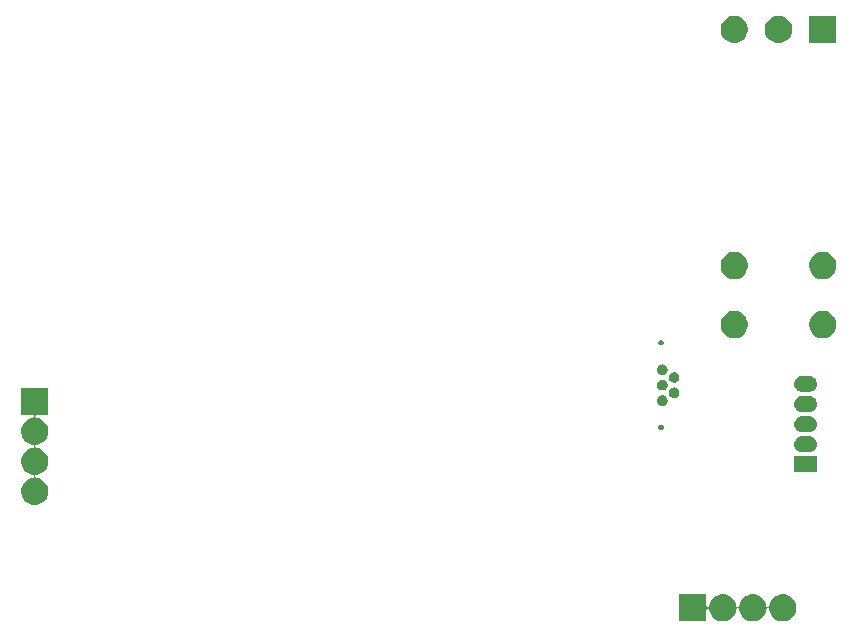
<source format=gbr>
G04 #@! TF.GenerationSoftware,KiCad,Pcbnew,(5.1.4)-1*
G04 #@! TF.CreationDate,2020-04-13T20:16:17-06:00*
G04 #@! TF.ProjectId,ECUGPS,45435547-5053-42e6-9b69-6361645f7063,rev?*
G04 #@! TF.SameCoordinates,Original*
G04 #@! TF.FileFunction,Soldermask,Bot*
G04 #@! TF.FilePolarity,Negative*
%FSLAX46Y46*%
G04 Gerber Fmt 4.6, Leading zero omitted, Abs format (unit mm)*
G04 Created by KiCad (PCBNEW (5.1.4)-1) date 2020-04-13 20:16:17*
%MOMM*%
%LPD*%
G04 APERTURE LIST*
%ADD10C,0.100000*%
G04 APERTURE END LIST*
D10*
G36*
X149029800Y-123054807D02*
G01*
X149032202Y-123079193D01*
X149039315Y-123102642D01*
X149050866Y-123124253D01*
X149066411Y-123143195D01*
X149085353Y-123158740D01*
X149106964Y-123170291D01*
X149130413Y-123177404D01*
X149154799Y-123179806D01*
X149179185Y-123177404D01*
X149202634Y-123170291D01*
X149224245Y-123158740D01*
X149243187Y-123143195D01*
X149258732Y-123124253D01*
X149270283Y-123102642D01*
X149277396Y-123079193D01*
X149312032Y-122905067D01*
X149398796Y-122695599D01*
X149398797Y-122695597D01*
X149524760Y-122507080D01*
X149685080Y-122346760D01*
X149873597Y-122220797D01*
X150083066Y-122134032D01*
X150194251Y-122111916D01*
X150305435Y-122089800D01*
X150532165Y-122089800D01*
X150643349Y-122111916D01*
X150754534Y-122134032D01*
X150964003Y-122220797D01*
X151152520Y-122346760D01*
X151312840Y-122507080D01*
X151438803Y-122695597D01*
X151438804Y-122695599D01*
X151525568Y-122905067D01*
X151566203Y-123109352D01*
X151573316Y-123132801D01*
X151584867Y-123154412D01*
X151600412Y-123173354D01*
X151619354Y-123188899D01*
X151640965Y-123200450D01*
X151664414Y-123207563D01*
X151688800Y-123209965D01*
X151713186Y-123207563D01*
X151736635Y-123200450D01*
X151758246Y-123188899D01*
X151777188Y-123173354D01*
X151792733Y-123154412D01*
X151804284Y-123132801D01*
X151811397Y-123109352D01*
X151852032Y-122905067D01*
X151938796Y-122695599D01*
X151938797Y-122695597D01*
X152064760Y-122507080D01*
X152225080Y-122346760D01*
X152413597Y-122220797D01*
X152623066Y-122134032D01*
X152734251Y-122111916D01*
X152845435Y-122089800D01*
X153072165Y-122089800D01*
X153183349Y-122111916D01*
X153294534Y-122134032D01*
X153504003Y-122220797D01*
X153692520Y-122346760D01*
X153852840Y-122507080D01*
X153978803Y-122695597D01*
X153978804Y-122695599D01*
X154065568Y-122905067D01*
X154106203Y-123109352D01*
X154113316Y-123132801D01*
X154124867Y-123154412D01*
X154140412Y-123173354D01*
X154159354Y-123188899D01*
X154180965Y-123200450D01*
X154204414Y-123207563D01*
X154228800Y-123209965D01*
X154253186Y-123207563D01*
X154276635Y-123200450D01*
X154298246Y-123188899D01*
X154317188Y-123173354D01*
X154332733Y-123154412D01*
X154344284Y-123132801D01*
X154351397Y-123109352D01*
X154392032Y-122905067D01*
X154478796Y-122695599D01*
X154478797Y-122695597D01*
X154604760Y-122507080D01*
X154765080Y-122346760D01*
X154953597Y-122220797D01*
X155163066Y-122134032D01*
X155274251Y-122111916D01*
X155385435Y-122089800D01*
X155612165Y-122089800D01*
X155723349Y-122111916D01*
X155834534Y-122134032D01*
X156044003Y-122220797D01*
X156232520Y-122346760D01*
X156392840Y-122507080D01*
X156518803Y-122695597D01*
X156605568Y-122905066D01*
X156649800Y-123127436D01*
X156649800Y-123354164D01*
X156605568Y-123576534D01*
X156518803Y-123786003D01*
X156392840Y-123974520D01*
X156232520Y-124134840D01*
X156044003Y-124260803D01*
X155834534Y-124347568D01*
X155723349Y-124369684D01*
X155612165Y-124391800D01*
X155385435Y-124391800D01*
X155274251Y-124369684D01*
X155163066Y-124347568D01*
X154953597Y-124260803D01*
X154765080Y-124134840D01*
X154604760Y-123974520D01*
X154478797Y-123786003D01*
X154392032Y-123576534D01*
X154351397Y-123372248D01*
X154344284Y-123348799D01*
X154332733Y-123327188D01*
X154317188Y-123308246D01*
X154298246Y-123292701D01*
X154276635Y-123281150D01*
X154253186Y-123274037D01*
X154228800Y-123271635D01*
X154204414Y-123274037D01*
X154180965Y-123281150D01*
X154159354Y-123292701D01*
X154140412Y-123308246D01*
X154124867Y-123327188D01*
X154113316Y-123348799D01*
X154106203Y-123372248D01*
X154065568Y-123576534D01*
X153978803Y-123786003D01*
X153852840Y-123974520D01*
X153692520Y-124134840D01*
X153504003Y-124260803D01*
X153294534Y-124347568D01*
X153183349Y-124369684D01*
X153072165Y-124391800D01*
X152845435Y-124391800D01*
X152734251Y-124369684D01*
X152623066Y-124347568D01*
X152413597Y-124260803D01*
X152225080Y-124134840D01*
X152064760Y-123974520D01*
X151938797Y-123786003D01*
X151852032Y-123576534D01*
X151811397Y-123372248D01*
X151804284Y-123348799D01*
X151792733Y-123327188D01*
X151777188Y-123308246D01*
X151758246Y-123292701D01*
X151736635Y-123281150D01*
X151713186Y-123274037D01*
X151688800Y-123271635D01*
X151664414Y-123274037D01*
X151640965Y-123281150D01*
X151619354Y-123292701D01*
X151600412Y-123308246D01*
X151584867Y-123327188D01*
X151573316Y-123348799D01*
X151566203Y-123372248D01*
X151525568Y-123576534D01*
X151438803Y-123786003D01*
X151312840Y-123974520D01*
X151152520Y-124134840D01*
X150964003Y-124260803D01*
X150754534Y-124347568D01*
X150643349Y-124369684D01*
X150532165Y-124391800D01*
X150305435Y-124391800D01*
X150194251Y-124369684D01*
X150083066Y-124347568D01*
X149873597Y-124260803D01*
X149685080Y-124134840D01*
X149524760Y-123974520D01*
X149398797Y-123786003D01*
X149312032Y-123576534D01*
X149277396Y-123402407D01*
X149270283Y-123378958D01*
X149258732Y-123357347D01*
X149243187Y-123338405D01*
X149224245Y-123322860D01*
X149202634Y-123311309D01*
X149179185Y-123304196D01*
X149154799Y-123301794D01*
X149130413Y-123304196D01*
X149106964Y-123311309D01*
X149085353Y-123322860D01*
X149066411Y-123338405D01*
X149050866Y-123357347D01*
X149039315Y-123378958D01*
X149032202Y-123402407D01*
X149029800Y-123426793D01*
X149029800Y-124391800D01*
X146727800Y-124391800D01*
X146727800Y-122089800D01*
X149029800Y-122089800D01*
X149029800Y-123054807D01*
X149029800Y-123054807D01*
G37*
G36*
X93302200Y-106916600D02*
G01*
X92337193Y-106916600D01*
X92312807Y-106919002D01*
X92289358Y-106926115D01*
X92267747Y-106937666D01*
X92248805Y-106953211D01*
X92233260Y-106972153D01*
X92221709Y-106993764D01*
X92214596Y-107017213D01*
X92212194Y-107041599D01*
X92214596Y-107065985D01*
X92221709Y-107089434D01*
X92233260Y-107111045D01*
X92248805Y-107129987D01*
X92267747Y-107145532D01*
X92289358Y-107157083D01*
X92312808Y-107164196D01*
X92486934Y-107198832D01*
X92696403Y-107285597D01*
X92884920Y-107411560D01*
X93045240Y-107571880D01*
X93171203Y-107760397D01*
X93257968Y-107969866D01*
X93270908Y-108034921D01*
X93301517Y-108188799D01*
X93302200Y-108192236D01*
X93302200Y-108418964D01*
X93257968Y-108641334D01*
X93208636Y-108760431D01*
X93182155Y-108824364D01*
X93171203Y-108850803D01*
X93045240Y-109039320D01*
X92884920Y-109199640D01*
X92696403Y-109325603D01*
X92486934Y-109412368D01*
X92359361Y-109437744D01*
X92282648Y-109453003D01*
X92259199Y-109460116D01*
X92237588Y-109471667D01*
X92218646Y-109487212D01*
X92203101Y-109506154D01*
X92191550Y-109527765D01*
X92184437Y-109551214D01*
X92182035Y-109575600D01*
X92184437Y-109599986D01*
X92191550Y-109623435D01*
X92203101Y-109645046D01*
X92218646Y-109663988D01*
X92237588Y-109679533D01*
X92259199Y-109691084D01*
X92282648Y-109698197D01*
X92359361Y-109713456D01*
X92486934Y-109738832D01*
X92696403Y-109825597D01*
X92884920Y-109951560D01*
X93045240Y-110111880D01*
X93171203Y-110300397D01*
X93257968Y-110509866D01*
X93302200Y-110732236D01*
X93302200Y-110958964D01*
X93257968Y-111181334D01*
X93171203Y-111390803D01*
X93045240Y-111579320D01*
X92884920Y-111739640D01*
X92696403Y-111865603D01*
X92486934Y-111952368D01*
X92359361Y-111977744D01*
X92282648Y-111993003D01*
X92259199Y-112000116D01*
X92237588Y-112011667D01*
X92218646Y-112027212D01*
X92203101Y-112046154D01*
X92191550Y-112067765D01*
X92184437Y-112091214D01*
X92182035Y-112115600D01*
X92184437Y-112139986D01*
X92191550Y-112163435D01*
X92203101Y-112185046D01*
X92218646Y-112203988D01*
X92237588Y-112219533D01*
X92259199Y-112231084D01*
X92282648Y-112238197D01*
X92359361Y-112253456D01*
X92486934Y-112278832D01*
X92696403Y-112365597D01*
X92884920Y-112491560D01*
X93045240Y-112651880D01*
X93171203Y-112840397D01*
X93257968Y-113049866D01*
X93302200Y-113272236D01*
X93302200Y-113498964D01*
X93257968Y-113721334D01*
X93171203Y-113930803D01*
X93045240Y-114119320D01*
X92884920Y-114279640D01*
X92696403Y-114405603D01*
X92486934Y-114492368D01*
X92375749Y-114514484D01*
X92264565Y-114536600D01*
X92037835Y-114536600D01*
X91926651Y-114514484D01*
X91815466Y-114492368D01*
X91605997Y-114405603D01*
X91417480Y-114279640D01*
X91257160Y-114119320D01*
X91131197Y-113930803D01*
X91044432Y-113721334D01*
X91000200Y-113498964D01*
X91000200Y-113272236D01*
X91044432Y-113049866D01*
X91131197Y-112840397D01*
X91257160Y-112651880D01*
X91417480Y-112491560D01*
X91605997Y-112365597D01*
X91815466Y-112278832D01*
X91943039Y-112253456D01*
X92019752Y-112238197D01*
X92043201Y-112231084D01*
X92064812Y-112219533D01*
X92083754Y-112203988D01*
X92099299Y-112185046D01*
X92110850Y-112163435D01*
X92117963Y-112139986D01*
X92120365Y-112115600D01*
X92117963Y-112091214D01*
X92110850Y-112067765D01*
X92099299Y-112046154D01*
X92083754Y-112027212D01*
X92064812Y-112011667D01*
X92043201Y-112000116D01*
X92019752Y-111993003D01*
X91943039Y-111977744D01*
X91815466Y-111952368D01*
X91605997Y-111865603D01*
X91417480Y-111739640D01*
X91257160Y-111579320D01*
X91131197Y-111390803D01*
X91044432Y-111181334D01*
X91000200Y-110958964D01*
X91000200Y-110732236D01*
X91044432Y-110509866D01*
X91131197Y-110300397D01*
X91257160Y-110111880D01*
X91417480Y-109951560D01*
X91605997Y-109825597D01*
X91815466Y-109738832D01*
X91943039Y-109713456D01*
X92019752Y-109698197D01*
X92043201Y-109691084D01*
X92064812Y-109679533D01*
X92083754Y-109663988D01*
X92099299Y-109645046D01*
X92110850Y-109623435D01*
X92117963Y-109599986D01*
X92120365Y-109575600D01*
X92117963Y-109551214D01*
X92110850Y-109527765D01*
X92099299Y-109506154D01*
X92083754Y-109487212D01*
X92064812Y-109471667D01*
X92043201Y-109460116D01*
X92019752Y-109453003D01*
X91943039Y-109437744D01*
X91815466Y-109412368D01*
X91605997Y-109325603D01*
X91417480Y-109199640D01*
X91257160Y-109039320D01*
X91131197Y-108850803D01*
X91120246Y-108824364D01*
X91093764Y-108760431D01*
X91044432Y-108641334D01*
X91000200Y-108418964D01*
X91000200Y-108192236D01*
X91000884Y-108188799D01*
X91031492Y-108034921D01*
X91044432Y-107969866D01*
X91131197Y-107760397D01*
X91257160Y-107571880D01*
X91417480Y-107411560D01*
X91605997Y-107285597D01*
X91815466Y-107198832D01*
X91989592Y-107164196D01*
X92013042Y-107157083D01*
X92034653Y-107145532D01*
X92053595Y-107129987D01*
X92069140Y-107111045D01*
X92080691Y-107089434D01*
X92087804Y-107065985D01*
X92090206Y-107041599D01*
X92087804Y-107017213D01*
X92080691Y-106993764D01*
X92069140Y-106972153D01*
X92053595Y-106953211D01*
X92034653Y-106937666D01*
X92013042Y-106926115D01*
X91989593Y-106919002D01*
X91965207Y-106916600D01*
X91000200Y-106916600D01*
X91000200Y-104614600D01*
X93302200Y-104614600D01*
X93302200Y-106916600D01*
X93302200Y-106916600D01*
G37*
G36*
X158380200Y-111788100D02*
G01*
X156478200Y-111788100D01*
X156478200Y-110411100D01*
X158380200Y-110411100D01*
X158380200Y-111788100D01*
X158380200Y-111788100D01*
G37*
G36*
X157745751Y-108713092D02*
G01*
X157826670Y-108721062D01*
X157956452Y-108760431D01*
X158005845Y-108786833D01*
X158076060Y-108824363D01*
X158180899Y-108910401D01*
X158266936Y-109015239D01*
X158330869Y-109134848D01*
X158370238Y-109264630D01*
X158383531Y-109399600D01*
X158370238Y-109534570D01*
X158330869Y-109664352D01*
X158316580Y-109691084D01*
X158266937Y-109783960D01*
X158180899Y-109888799D01*
X158076060Y-109974837D01*
X158005845Y-110012367D01*
X157956452Y-110038769D01*
X157826670Y-110078138D01*
X157745751Y-110086108D01*
X157725522Y-110088100D01*
X157132878Y-110088100D01*
X157112649Y-110086108D01*
X157031730Y-110078138D01*
X156901948Y-110038769D01*
X156852555Y-110012367D01*
X156782340Y-109974837D01*
X156677501Y-109888799D01*
X156591463Y-109783960D01*
X156541820Y-109691084D01*
X156527531Y-109664352D01*
X156488162Y-109534570D01*
X156474869Y-109399600D01*
X156488162Y-109264630D01*
X156527531Y-109134848D01*
X156591464Y-109015239D01*
X156677501Y-108910401D01*
X156782340Y-108824363D01*
X156852555Y-108786833D01*
X156901948Y-108760431D01*
X157031730Y-108721062D01*
X157112649Y-108713092D01*
X157132878Y-108711100D01*
X157725522Y-108711100D01*
X157745751Y-108713092D01*
X157745751Y-108713092D01*
G37*
G36*
X157745751Y-107013092D02*
G01*
X157826670Y-107021062D01*
X157956452Y-107060431D01*
X158005845Y-107086833D01*
X158076060Y-107124363D01*
X158180899Y-107210401D01*
X158266936Y-107315239D01*
X158330869Y-107434848D01*
X158370238Y-107564630D01*
X158383531Y-107699600D01*
X158370238Y-107834570D01*
X158330869Y-107964352D01*
X158327921Y-107969867D01*
X158266937Y-108083960D01*
X158180899Y-108188799D01*
X158076060Y-108274837D01*
X158005845Y-108312367D01*
X157956452Y-108338769D01*
X157826670Y-108378138D01*
X157745751Y-108386108D01*
X157725522Y-108388100D01*
X157132878Y-108388100D01*
X157112649Y-108386108D01*
X157031730Y-108378138D01*
X156901948Y-108338769D01*
X156852555Y-108312367D01*
X156782340Y-108274837D01*
X156677501Y-108188799D01*
X156591463Y-108083960D01*
X156530479Y-107969867D01*
X156527531Y-107964352D01*
X156488162Y-107834570D01*
X156474869Y-107699600D01*
X156488162Y-107564630D01*
X156527531Y-107434848D01*
X156591464Y-107315239D01*
X156677501Y-107210401D01*
X156782340Y-107124363D01*
X156852555Y-107086833D01*
X156901948Y-107060431D01*
X157031730Y-107021062D01*
X157112649Y-107013092D01*
X157132878Y-107011100D01*
X157725522Y-107011100D01*
X157745751Y-107013092D01*
X157745751Y-107013092D01*
G37*
G36*
X145226091Y-107747343D02*
G01*
X145247922Y-107751685D01*
X145289051Y-107768721D01*
X145326067Y-107793454D01*
X145357546Y-107824933D01*
X145382279Y-107861949D01*
X145399315Y-107903078D01*
X145408000Y-107946741D01*
X145408000Y-107991259D01*
X145399315Y-108034922D01*
X145382279Y-108076051D01*
X145357546Y-108113067D01*
X145326067Y-108144546D01*
X145289051Y-108169279D01*
X145247922Y-108186315D01*
X145235439Y-108188798D01*
X145204260Y-108195000D01*
X145159740Y-108195000D01*
X145128561Y-108188798D01*
X145116078Y-108186315D01*
X145074949Y-108169279D01*
X145037933Y-108144546D01*
X145006454Y-108113067D01*
X144981721Y-108076051D01*
X144964685Y-108034922D01*
X144956000Y-107991259D01*
X144956000Y-107946741D01*
X144964685Y-107903078D01*
X144981721Y-107861949D01*
X145006454Y-107824933D01*
X145037933Y-107793454D01*
X145074949Y-107768721D01*
X145116078Y-107751685D01*
X145137909Y-107747343D01*
X145159740Y-107743000D01*
X145204260Y-107743000D01*
X145226091Y-107747343D01*
X145226091Y-107747343D01*
G37*
G36*
X157745751Y-105313092D02*
G01*
X157826670Y-105321062D01*
X157956452Y-105360431D01*
X158005845Y-105386833D01*
X158076060Y-105424363D01*
X158180899Y-105510401D01*
X158266937Y-105615240D01*
X158285292Y-105649580D01*
X158330869Y-105734848D01*
X158370238Y-105864630D01*
X158383531Y-105999600D01*
X158370238Y-106134570D01*
X158330869Y-106264352D01*
X158330866Y-106264357D01*
X158266937Y-106383960D01*
X158180899Y-106488799D01*
X158076060Y-106574837D01*
X158005845Y-106612367D01*
X157956452Y-106638769D01*
X157826670Y-106678138D01*
X157745751Y-106686108D01*
X157725522Y-106688100D01*
X157132878Y-106688100D01*
X157112649Y-106686108D01*
X157031730Y-106678138D01*
X156901948Y-106638769D01*
X156852555Y-106612367D01*
X156782340Y-106574837D01*
X156677501Y-106488799D01*
X156591463Y-106383960D01*
X156527534Y-106264357D01*
X156527531Y-106264352D01*
X156488162Y-106134570D01*
X156474869Y-105999600D01*
X156488162Y-105864630D01*
X156527531Y-105734848D01*
X156573108Y-105649580D01*
X156591463Y-105615240D01*
X156677501Y-105510401D01*
X156782340Y-105424363D01*
X156852555Y-105386833D01*
X156901948Y-105360431D01*
X157031730Y-105321062D01*
X157112649Y-105313092D01*
X157132878Y-105311100D01*
X157725522Y-105311100D01*
X157745751Y-105313092D01*
X157745751Y-105313092D01*
G37*
G36*
X145423552Y-105260331D02*
G01*
X145505627Y-105294328D01*
X145505629Y-105294329D01*
X145579496Y-105343686D01*
X145642314Y-105406504D01*
X145689866Y-105477669D01*
X145691672Y-105480373D01*
X145725669Y-105562448D01*
X145743000Y-105649579D01*
X145743000Y-105738421D01*
X145725669Y-105825552D01*
X145691672Y-105907627D01*
X145691671Y-105907629D01*
X145642314Y-105981496D01*
X145579496Y-106044314D01*
X145505629Y-106093671D01*
X145505628Y-106093672D01*
X145505627Y-106093672D01*
X145423552Y-106127669D01*
X145336421Y-106145000D01*
X145247579Y-106145000D01*
X145160448Y-106127669D01*
X145078373Y-106093672D01*
X145078372Y-106093672D01*
X145078371Y-106093671D01*
X145004504Y-106044314D01*
X144941686Y-105981496D01*
X144892329Y-105907629D01*
X144892328Y-105907627D01*
X144858331Y-105825552D01*
X144841000Y-105738421D01*
X144841000Y-105649579D01*
X144858331Y-105562448D01*
X144892328Y-105480373D01*
X144894135Y-105477669D01*
X144941686Y-105406504D01*
X145004504Y-105343686D01*
X145078371Y-105294329D01*
X145078373Y-105294328D01*
X145160448Y-105260331D01*
X145247579Y-105243000D01*
X145336421Y-105243000D01*
X145423552Y-105260331D01*
X145423552Y-105260331D01*
G37*
G36*
X146423552Y-104610331D02*
G01*
X146505627Y-104644328D01*
X146505629Y-104644329D01*
X146542813Y-104669175D01*
X146564941Y-104683960D01*
X146579496Y-104693686D01*
X146642314Y-104756504D01*
X146689866Y-104827669D01*
X146691672Y-104830373D01*
X146725669Y-104912448D01*
X146743000Y-104999579D01*
X146743000Y-105088421D01*
X146725669Y-105175552D01*
X146691672Y-105257627D01*
X146691671Y-105257629D01*
X146642314Y-105331496D01*
X146579496Y-105394314D01*
X146505629Y-105443671D01*
X146505628Y-105443672D01*
X146505627Y-105443672D01*
X146423552Y-105477669D01*
X146336421Y-105495000D01*
X146247579Y-105495000D01*
X146160448Y-105477669D01*
X146078373Y-105443672D01*
X146078372Y-105443672D01*
X146078371Y-105443671D01*
X146004504Y-105394314D01*
X145941686Y-105331496D01*
X145892329Y-105257629D01*
X145892328Y-105257627D01*
X145858331Y-105175552D01*
X145841000Y-105088421D01*
X145841000Y-104999579D01*
X145858331Y-104912448D01*
X145892328Y-104830373D01*
X145894135Y-104827669D01*
X145941686Y-104756504D01*
X146004504Y-104693686D01*
X146019060Y-104683960D01*
X146041187Y-104669175D01*
X146078371Y-104644329D01*
X146078373Y-104644328D01*
X146160448Y-104610331D01*
X146247579Y-104593000D01*
X146336421Y-104593000D01*
X146423552Y-104610331D01*
X146423552Y-104610331D01*
G37*
G36*
X157739208Y-103612448D02*
G01*
X157826670Y-103621062D01*
X157956452Y-103660431D01*
X158005845Y-103686833D01*
X158076060Y-103724363D01*
X158180899Y-103810401D01*
X158266937Y-103915240D01*
X158291039Y-103960332D01*
X158330869Y-104034848D01*
X158370238Y-104164630D01*
X158383531Y-104299600D01*
X158370238Y-104434570D01*
X158330869Y-104564352D01*
X158330866Y-104564357D01*
X158266937Y-104683960D01*
X158180899Y-104788799D01*
X158076060Y-104874837D01*
X158005845Y-104912367D01*
X157956452Y-104938769D01*
X157826670Y-104978138D01*
X157745751Y-104986108D01*
X157725522Y-104988100D01*
X157132878Y-104988100D01*
X157112649Y-104986108D01*
X157031730Y-104978138D01*
X156901948Y-104938769D01*
X156852555Y-104912367D01*
X156782340Y-104874837D01*
X156677501Y-104788799D01*
X156591463Y-104683960D01*
X156527534Y-104564357D01*
X156527531Y-104564352D01*
X156488162Y-104434570D01*
X156474869Y-104299600D01*
X156488162Y-104164630D01*
X156527531Y-104034848D01*
X156567361Y-103960332D01*
X156591463Y-103915240D01*
X156677501Y-103810401D01*
X156782340Y-103724363D01*
X156852555Y-103686833D01*
X156901948Y-103660431D01*
X157031730Y-103621062D01*
X157119192Y-103612448D01*
X157132878Y-103611100D01*
X157725522Y-103611100D01*
X157739208Y-103612448D01*
X157739208Y-103612448D01*
G37*
G36*
X145423552Y-103960331D02*
G01*
X145505627Y-103994328D01*
X145505629Y-103994329D01*
X145579496Y-104043686D01*
X145642314Y-104106504D01*
X145689866Y-104177669D01*
X145691672Y-104180373D01*
X145725669Y-104262448D01*
X145743000Y-104349579D01*
X145743000Y-104438421D01*
X145725669Y-104525552D01*
X145691672Y-104607627D01*
X145691671Y-104607629D01*
X145642314Y-104681496D01*
X145579496Y-104744314D01*
X145505629Y-104793671D01*
X145505628Y-104793672D01*
X145505627Y-104793672D01*
X145423552Y-104827669D01*
X145336421Y-104845000D01*
X145247579Y-104845000D01*
X145160448Y-104827669D01*
X145078373Y-104793672D01*
X145078372Y-104793672D01*
X145078371Y-104793671D01*
X145004504Y-104744314D01*
X144941686Y-104681496D01*
X144892329Y-104607629D01*
X144892328Y-104607627D01*
X144858331Y-104525552D01*
X144841000Y-104438421D01*
X144841000Y-104349579D01*
X144858331Y-104262448D01*
X144892328Y-104180373D01*
X144894135Y-104177669D01*
X144941686Y-104106504D01*
X145004504Y-104043686D01*
X145078371Y-103994329D01*
X145078373Y-103994328D01*
X145160448Y-103960331D01*
X145247579Y-103943000D01*
X145336421Y-103943000D01*
X145423552Y-103960331D01*
X145423552Y-103960331D01*
G37*
G36*
X146423552Y-103310331D02*
G01*
X146505627Y-103344328D01*
X146505629Y-103344329D01*
X146579496Y-103393686D01*
X146642314Y-103456504D01*
X146689866Y-103527669D01*
X146691672Y-103530373D01*
X146725669Y-103612448D01*
X146743000Y-103699579D01*
X146743000Y-103788421D01*
X146725669Y-103875552D01*
X146691672Y-103957627D01*
X146691671Y-103957629D01*
X146642314Y-104031496D01*
X146579496Y-104094314D01*
X146505629Y-104143671D01*
X146505628Y-104143672D01*
X146505627Y-104143672D01*
X146423552Y-104177669D01*
X146336421Y-104195000D01*
X146247579Y-104195000D01*
X146160448Y-104177669D01*
X146078373Y-104143672D01*
X146078372Y-104143672D01*
X146078371Y-104143671D01*
X146004504Y-104094314D01*
X145941686Y-104031496D01*
X145892329Y-103957629D01*
X145892328Y-103957627D01*
X145858331Y-103875552D01*
X145841000Y-103788421D01*
X145841000Y-103699579D01*
X145858331Y-103612448D01*
X145892328Y-103530373D01*
X145894135Y-103527669D01*
X145941686Y-103456504D01*
X146004504Y-103393686D01*
X146078371Y-103344329D01*
X146078373Y-103344328D01*
X146160448Y-103310331D01*
X146247579Y-103293000D01*
X146336421Y-103293000D01*
X146423552Y-103310331D01*
X146423552Y-103310331D01*
G37*
G36*
X145423552Y-102660331D02*
G01*
X145505627Y-102694328D01*
X145505629Y-102694329D01*
X145542813Y-102719175D01*
X145579495Y-102743685D01*
X145642315Y-102806505D01*
X145691672Y-102880373D01*
X145725669Y-102962448D01*
X145743000Y-103049579D01*
X145743000Y-103138421D01*
X145725669Y-103225552D01*
X145691672Y-103307627D01*
X145691671Y-103307629D01*
X145642314Y-103381496D01*
X145579496Y-103444314D01*
X145505629Y-103493671D01*
X145505628Y-103493672D01*
X145505627Y-103493672D01*
X145423552Y-103527669D01*
X145336421Y-103545000D01*
X145247579Y-103545000D01*
X145160448Y-103527669D01*
X145078373Y-103493672D01*
X145078372Y-103493672D01*
X145078371Y-103493671D01*
X145004504Y-103444314D01*
X144941686Y-103381496D01*
X144892329Y-103307629D01*
X144892328Y-103307627D01*
X144858331Y-103225552D01*
X144841000Y-103138421D01*
X144841000Y-103049579D01*
X144858331Y-102962448D01*
X144892328Y-102880373D01*
X144941685Y-102806505D01*
X145004505Y-102743685D01*
X145041187Y-102719175D01*
X145078371Y-102694329D01*
X145078373Y-102694328D01*
X145160448Y-102660331D01*
X145247579Y-102643000D01*
X145336421Y-102643000D01*
X145423552Y-102660331D01*
X145423552Y-102660331D01*
G37*
G36*
X145226090Y-100597342D02*
G01*
X145247922Y-100601685D01*
X145289051Y-100618721D01*
X145326067Y-100643454D01*
X145357546Y-100674933D01*
X145382279Y-100711949D01*
X145399315Y-100753078D01*
X145408000Y-100796741D01*
X145408000Y-100841259D01*
X145399315Y-100884922D01*
X145382279Y-100926051D01*
X145357546Y-100963067D01*
X145326067Y-100994546D01*
X145289051Y-101019279D01*
X145247922Y-101036315D01*
X145226091Y-101040657D01*
X145204260Y-101045000D01*
X145159740Y-101045000D01*
X145137909Y-101040657D01*
X145116078Y-101036315D01*
X145074949Y-101019279D01*
X145037933Y-100994546D01*
X145006454Y-100963067D01*
X144981721Y-100926051D01*
X144964685Y-100884922D01*
X144956000Y-100841259D01*
X144956000Y-100796741D01*
X144964685Y-100753078D01*
X144981721Y-100711949D01*
X145006454Y-100674933D01*
X145037933Y-100643454D01*
X145074949Y-100618721D01*
X145116078Y-100601685D01*
X145137910Y-100597342D01*
X145159740Y-100593000D01*
X145204260Y-100593000D01*
X145226090Y-100597342D01*
X145226090Y-100597342D01*
G37*
G36*
X151608549Y-98140716D02*
G01*
X151719734Y-98162832D01*
X151929203Y-98249597D01*
X152117720Y-98375560D01*
X152278040Y-98535880D01*
X152404003Y-98724397D01*
X152490768Y-98933866D01*
X152535000Y-99156236D01*
X152535000Y-99382964D01*
X152490768Y-99605334D01*
X152404003Y-99814803D01*
X152278040Y-100003320D01*
X152117720Y-100163640D01*
X151929203Y-100289603D01*
X151719734Y-100376368D01*
X151608549Y-100398484D01*
X151497365Y-100420600D01*
X151270635Y-100420600D01*
X151159451Y-100398484D01*
X151048266Y-100376368D01*
X150838797Y-100289603D01*
X150650280Y-100163640D01*
X150489960Y-100003320D01*
X150363997Y-99814803D01*
X150277232Y-99605334D01*
X150233000Y-99382964D01*
X150233000Y-99156236D01*
X150277232Y-98933866D01*
X150363997Y-98724397D01*
X150489960Y-98535880D01*
X150650280Y-98375560D01*
X150838797Y-98249597D01*
X151048266Y-98162832D01*
X151159451Y-98140716D01*
X151270635Y-98118600D01*
X151497365Y-98118600D01*
X151608549Y-98140716D01*
X151608549Y-98140716D01*
G37*
G36*
X159108549Y-98140716D02*
G01*
X159219734Y-98162832D01*
X159429203Y-98249597D01*
X159617720Y-98375560D01*
X159778040Y-98535880D01*
X159904003Y-98724397D01*
X159990768Y-98933866D01*
X160035000Y-99156236D01*
X160035000Y-99382964D01*
X159990768Y-99605334D01*
X159904003Y-99814803D01*
X159778040Y-100003320D01*
X159617720Y-100163640D01*
X159429203Y-100289603D01*
X159219734Y-100376368D01*
X159108549Y-100398484D01*
X158997365Y-100420600D01*
X158770635Y-100420600D01*
X158659451Y-100398484D01*
X158548266Y-100376368D01*
X158338797Y-100289603D01*
X158150280Y-100163640D01*
X157989960Y-100003320D01*
X157863997Y-99814803D01*
X157777232Y-99605334D01*
X157733000Y-99382964D01*
X157733000Y-99156236D01*
X157777232Y-98933866D01*
X157863997Y-98724397D01*
X157989960Y-98535880D01*
X158150280Y-98375560D01*
X158338797Y-98249597D01*
X158548266Y-98162832D01*
X158659451Y-98140716D01*
X158770635Y-98118600D01*
X158997365Y-98118600D01*
X159108549Y-98140716D01*
X159108549Y-98140716D01*
G37*
G36*
X151608549Y-93140716D02*
G01*
X151719734Y-93162832D01*
X151929203Y-93249597D01*
X152117720Y-93375560D01*
X152278040Y-93535880D01*
X152404003Y-93724397D01*
X152490768Y-93933866D01*
X152535000Y-94156236D01*
X152535000Y-94382964D01*
X152490768Y-94605334D01*
X152404003Y-94814803D01*
X152278040Y-95003320D01*
X152117720Y-95163640D01*
X151929203Y-95289603D01*
X151719734Y-95376368D01*
X151608549Y-95398484D01*
X151497365Y-95420600D01*
X151270635Y-95420600D01*
X151159451Y-95398484D01*
X151048266Y-95376368D01*
X150838797Y-95289603D01*
X150650280Y-95163640D01*
X150489960Y-95003320D01*
X150363997Y-94814803D01*
X150277232Y-94605334D01*
X150233000Y-94382964D01*
X150233000Y-94156236D01*
X150277232Y-93933866D01*
X150363997Y-93724397D01*
X150489960Y-93535880D01*
X150650280Y-93375560D01*
X150838797Y-93249597D01*
X151048266Y-93162832D01*
X151159451Y-93140716D01*
X151270635Y-93118600D01*
X151497365Y-93118600D01*
X151608549Y-93140716D01*
X151608549Y-93140716D01*
G37*
G36*
X159108549Y-93140716D02*
G01*
X159219734Y-93162832D01*
X159429203Y-93249597D01*
X159617720Y-93375560D01*
X159778040Y-93535880D01*
X159904003Y-93724397D01*
X159990768Y-93933866D01*
X160035000Y-94156236D01*
X160035000Y-94382964D01*
X159990768Y-94605334D01*
X159904003Y-94814803D01*
X159778040Y-95003320D01*
X159617720Y-95163640D01*
X159429203Y-95289603D01*
X159219734Y-95376368D01*
X159108549Y-95398484D01*
X158997365Y-95420600D01*
X158770635Y-95420600D01*
X158659451Y-95398484D01*
X158548266Y-95376368D01*
X158338797Y-95289603D01*
X158150280Y-95163640D01*
X157989960Y-95003320D01*
X157863997Y-94814803D01*
X157777232Y-94605334D01*
X157733000Y-94382964D01*
X157733000Y-94156236D01*
X157777232Y-93933866D01*
X157863997Y-93724397D01*
X157989960Y-93535880D01*
X158150280Y-93375560D01*
X158338797Y-93249597D01*
X158548266Y-93162832D01*
X158659451Y-93140716D01*
X158770635Y-93118600D01*
X158997365Y-93118600D01*
X159108549Y-93140716D01*
X159108549Y-93140716D01*
G37*
G36*
X151608549Y-73140716D02*
G01*
X151719734Y-73162832D01*
X151929203Y-73249597D01*
X152117720Y-73375560D01*
X152278040Y-73535880D01*
X152404003Y-73724397D01*
X152490768Y-73933866D01*
X152535000Y-74156236D01*
X152535000Y-74382964D01*
X152490768Y-74605334D01*
X152404003Y-74814803D01*
X152278040Y-75003320D01*
X152117720Y-75163640D01*
X151929203Y-75289603D01*
X151719734Y-75376368D01*
X151608549Y-75398484D01*
X151497365Y-75420600D01*
X151270635Y-75420600D01*
X151159451Y-75398484D01*
X151048266Y-75376368D01*
X150838797Y-75289603D01*
X150650280Y-75163640D01*
X150489960Y-75003320D01*
X150363997Y-74814803D01*
X150277232Y-74605334D01*
X150233000Y-74382964D01*
X150233000Y-74156236D01*
X150277232Y-73933866D01*
X150363997Y-73724397D01*
X150489960Y-73535880D01*
X150650280Y-73375560D01*
X150838797Y-73249597D01*
X151048266Y-73162832D01*
X151159451Y-73140716D01*
X151270635Y-73118600D01*
X151497365Y-73118600D01*
X151608549Y-73140716D01*
X151608549Y-73140716D01*
G37*
G36*
X155358549Y-73140716D02*
G01*
X155469734Y-73162832D01*
X155679203Y-73249597D01*
X155867720Y-73375560D01*
X156028040Y-73535880D01*
X156154003Y-73724397D01*
X156240768Y-73933866D01*
X156285000Y-74156236D01*
X156285000Y-74382964D01*
X156240768Y-74605334D01*
X156154003Y-74814803D01*
X156028040Y-75003320D01*
X155867720Y-75163640D01*
X155679203Y-75289603D01*
X155469734Y-75376368D01*
X155358549Y-75398484D01*
X155247365Y-75420600D01*
X155020635Y-75420600D01*
X154909451Y-75398484D01*
X154798266Y-75376368D01*
X154588797Y-75289603D01*
X154400280Y-75163640D01*
X154239960Y-75003320D01*
X154113997Y-74814803D01*
X154027232Y-74605334D01*
X153983000Y-74382964D01*
X153983000Y-74156236D01*
X154027232Y-73933866D01*
X154113997Y-73724397D01*
X154239960Y-73535880D01*
X154400280Y-73375560D01*
X154588797Y-73249597D01*
X154798266Y-73162832D01*
X154909451Y-73140716D01*
X155020635Y-73118600D01*
X155247365Y-73118600D01*
X155358549Y-73140716D01*
X155358549Y-73140716D01*
G37*
G36*
X160035000Y-75420600D02*
G01*
X157733000Y-75420600D01*
X157733000Y-73118600D01*
X160035000Y-73118600D01*
X160035000Y-75420600D01*
X160035000Y-75420600D01*
G37*
M02*

</source>
